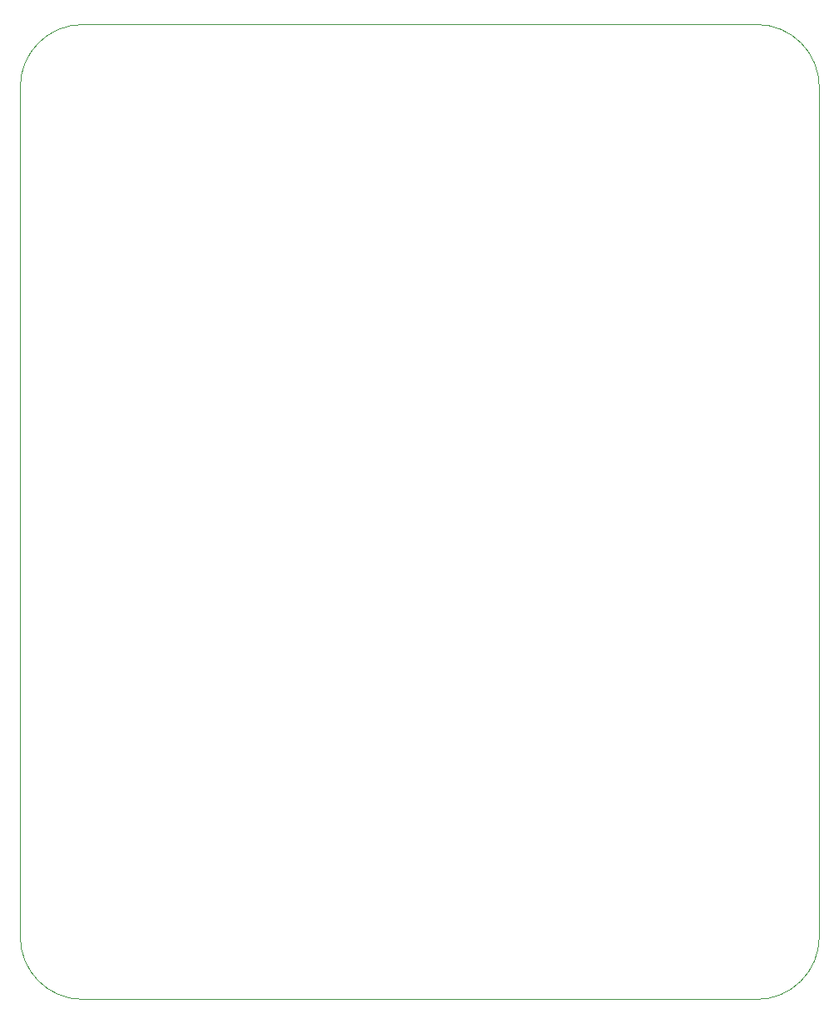
<source format=gbr>
%TF.GenerationSoftware,KiCad,Pcbnew,(5.1.9)-1*%
%TF.CreationDate,2021-01-06T12:08:29+00:00*%
%TF.ProjectId,switcherv0,73776974-6368-4657-9276-302e6b696361,rev?*%
%TF.SameCoordinates,Original*%
%TF.FileFunction,Profile,NP*%
%FSLAX46Y46*%
G04 Gerber Fmt 4.6, Leading zero omitted, Abs format (unit mm)*
G04 Created by KiCad (PCBNEW (5.1.9)-1) date 2021-01-06 12:08:29*
%MOMM*%
%LPD*%
G01*
G04 APERTURE LIST*
%TA.AperFunction,Profile*%
%ADD10C,0.050000*%
%TD*%
G04 APERTURE END LIST*
D10*
X56417500Y-175410000D02*
X56417500Y-89050000D01*
X62767500Y-181760000D02*
X131347500Y-181760000D01*
X137697500Y-89050000D02*
X137697500Y-175410000D01*
X131347500Y-82700000D02*
X62767500Y-82700000D01*
X131347500Y-82700000D02*
G75*
G02*
X137697500Y-89050000I0J-6350000D01*
G01*
X56417500Y-89050000D02*
G75*
G02*
X62767500Y-82700000I6350000J0D01*
G01*
X62767500Y-181760000D02*
G75*
G02*
X56417500Y-175410000I0J6350000D01*
G01*
X137697500Y-175410000D02*
G75*
G02*
X131347500Y-181760000I-6350000J0D01*
G01*
M02*

</source>
